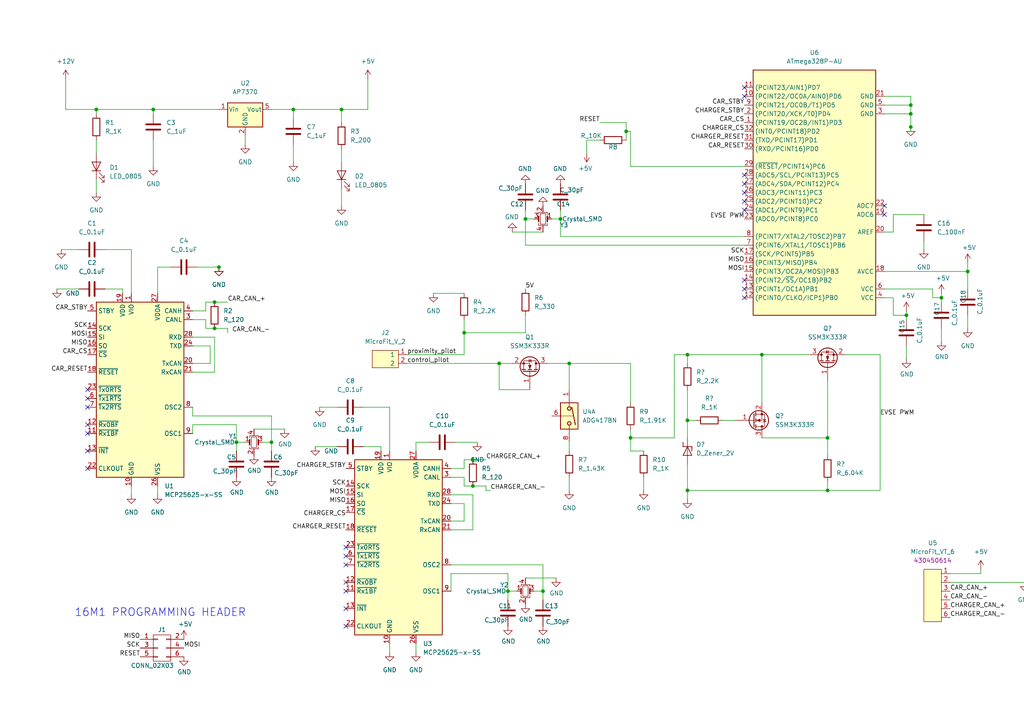
<source format=kicad_sch>
(kicad_sch (version 20211123) (generator eeschema)
  (paper "A4")
  (junction (at 62.23 87.63))
  (junction (at 182.88 127))
  (junction (at 68.58 128.27))
  (junction (at 162.56 63.5))
  (junction (at 264.16 36.83))
  (junction (at 144.78 105.41))
  (junction (at 199.39 121.92))
  (junction (at 264.16 33.02))
  (junction (at 99.06 31.75))
  (junction (at 157.48 171.45))
  (junction (at 280.67 78.74))
  (junction (at 264.16 30.48))
  (junction (at 181.61 38.1))
  (junction (at 273.05 86.36))
  (junction (at 27.94 31.75))
  (junction (at 78.74 128.27))
  (junction (at 62.23 95.25))
  (junction (at 199.39 142.24))
  (junction (at 262.89 91.44))
  (junction (at 165.1 105.41))
  (junction (at 199.39 102.87))
  (junction (at 63.5 77.47))
  (junction (at 152.4 63.5))
  (junction (at 220.98 102.87))
  (junction (at 137.16 140.97))
  (junction (at 134.62 96.52))
  (junction (at 137.16 133.35))
  (junction (at 44.45 31.75))
  (junction (at 240.03 142.24))
  (junction (at 240.03 127))
  (junction (at 147.32 171.45))
  (junction (at 85.09 31.75))
  (no_connect (at 215.9 55.88))
  (no_connect (at 215.9 53.34))
  (no_connect (at 215.9 50.8))
  (no_connect (at 215.9 27.94))
  (no_connect (at 215.9 25.4))
  (no_connect (at 215.9 86.36))
  (no_connect (at 215.9 83.82))
  (no_connect (at 215.9 81.28))
  (no_connect (at 215.9 60.96))
  (no_connect (at 215.9 58.42))
  (no_connect (at 100.33 161.29))
  (no_connect (at 100.33 158.75))
  (no_connect (at 100.33 168.91))
  (no_connect (at 100.33 171.45))
  (no_connect (at 100.33 163.83))
  (no_connect (at 100.33 176.53))
  (no_connect (at 100.33 181.61))
  (no_connect (at 25.4 125.73))
  (no_connect (at 25.4 130.81))
  (no_connect (at 25.4 135.89))
  (no_connect (at 25.4 123.19))
  (no_connect (at 25.4 118.11))
  (no_connect (at 25.4 115.57))
  (no_connect (at 25.4 113.03))
  (no_connect (at 256.54 59.69))
  (no_connect (at 256.54 62.23))
  (wire (pts (xy 152.4 63.5) (xy 152.4 60.96)))
  (wire (pts (xy 62.23 97.79) (xy 55.88 97.79)))
  (wire (pts (xy 55.88 90.17) (xy 59.69 90.17)))
  (wire (pts (xy 195.58 102.87) (xy 195.58 127)))
  (wire (pts (xy 85.09 31.75) (xy 99.06 31.75)))
  (wire (pts (xy 162.56 68.58) (xy 215.9 68.58)))
  (wire (pts (xy 106.68 22.86) (xy 106.68 31.75)))
  (wire (pts (xy 270.51 86.36) (xy 273.05 86.36)))
  (wire (pts (xy 113.03 118.11) (xy 113.03 130.81)))
  (wire (pts (xy 78.74 128.27) (xy 78.74 120.65)))
  (wire (pts (xy 134.62 151.13) (xy 130.81 151.13)))
  (wire (pts (xy 186.69 138.43) (xy 186.69 142.24)))
  (wire (pts (xy 68.58 123.19) (xy 55.88 123.19)))
  (wire (pts (xy 265.43 38.1) (xy 264.16 38.1)))
  (wire (pts (xy 255.27 142.24) (xy 240.03 142.24)))
  (wire (pts (xy 144.78 113.03) (xy 144.78 105.41)))
  (wire (pts (xy 38.1 72.39) (xy 38.1 85.09)))
  (wire (pts (xy 35.56 83.82) (xy 35.56 85.09)))
  (wire (pts (xy 195.58 102.87) (xy 199.39 102.87)))
  (wire (pts (xy 27.94 31.75) (xy 19.05 31.75)))
  (wire (pts (xy 215.9 48.26) (xy 182.88 48.26)))
  (wire (pts (xy 255.27 102.87) (xy 255.27 142.24)))
  (wire (pts (xy 147.32 173.99) (xy 147.32 171.45)))
  (wire (pts (xy 130.81 138.43) (xy 134.62 138.43)))
  (wire (pts (xy 199.39 121.92) (xy 201.93 121.92)))
  (wire (pts (xy 113.03 186.69) (xy 113.03 189.23)))
  (wire (pts (xy 256.54 30.48) (xy 264.16 30.48)))
  (wire (pts (xy 66.04 95.25) (xy 66.04 96.52)))
  (wire (pts (xy 275.59 168.91) (xy 297.18 168.91)))
  (wire (pts (xy 144.78 105.41) (xy 148.59 105.41)))
  (wire (pts (xy 30.48 72.39) (xy 38.1 72.39)))
  (wire (pts (xy 45.72 77.47) (xy 49.53 77.47)))
  (wire (pts (xy 162.56 63.5) (xy 162.56 68.58)))
  (wire (pts (xy 152.4 96.52) (xy 152.4 91.44)))
  (wire (pts (xy 59.69 95.25) (xy 62.23 95.25)))
  (wire (pts (xy 199.39 121.92) (xy 199.39 127)))
  (wire (pts (xy 256.54 27.94) (xy 264.16 27.94)))
  (wire (pts (xy 134.62 133.35) (xy 137.16 133.35)))
  (wire (pts (xy 59.69 92.71) (xy 59.69 95.25)))
  (wire (pts (xy 199.39 102.87) (xy 199.39 105.41)))
  (wire (pts (xy 62.23 87.63) (xy 66.04 87.63)))
  (wire (pts (xy 280.67 78.74) (xy 280.67 83.82)))
  (wire (pts (xy 99.06 43.18) (xy 99.06 46.99)))
  (wire (pts (xy 264.16 27.94) (xy 264.16 30.48)))
  (wire (pts (xy 118.11 105.41) (xy 144.78 105.41)))
  (wire (pts (xy 152.4 71.12) (xy 215.9 71.12)))
  (wire (pts (xy 55.88 107.95) (xy 62.23 107.95)))
  (wire (pts (xy 267.97 62.23) (xy 259.08 62.23)))
  (wire (pts (xy 78.74 31.75) (xy 85.09 31.75)))
  (wire (pts (xy 78.74 128.27) (xy 78.74 130.81)))
  (wire (pts (xy 182.88 124.46) (xy 182.88 127)))
  (wire (pts (xy 157.48 67.31) (xy 148.59 67.31)))
  (wire (pts (xy 62.23 95.25) (xy 66.04 95.25)))
  (wire (pts (xy 256.54 33.02) (xy 264.16 33.02)))
  (wire (pts (xy 273.05 86.36) (xy 273.05 87.63)))
  (wire (pts (xy 45.72 77.47) (xy 45.72 85.09)))
  (wire (pts (xy 154.94 63.5) (xy 152.4 63.5)))
  (wire (pts (xy 76.2 128.27) (xy 78.74 128.27)))
  (wire (pts (xy 240.03 110.49) (xy 240.03 127)))
  (wire (pts (xy 27.94 31.75) (xy 27.94 33.02)))
  (wire (pts (xy 165.1 138.43) (xy 165.1 142.24)))
  (wire (pts (xy 270.51 83.82) (xy 270.51 86.36)))
  (wire (pts (xy 209.55 121.92) (xy 213.36 121.92)))
  (wire (pts (xy 259.08 67.31) (xy 256.54 67.31)))
  (wire (pts (xy 140.97 142.24) (xy 142.24 142.24)))
  (wire (pts (xy 125.73 85.09) (xy 134.62 85.09)))
  (wire (pts (xy 144.78 113.03) (xy 153.67 113.03)))
  (wire (pts (xy 220.98 102.87) (xy 220.98 116.84)))
  (wire (pts (xy 157.48 171.45) (xy 157.48 163.83)))
  (wire (pts (xy 45.72 140.97) (xy 45.72 143.51)))
  (wire (pts (xy 132.08 128.27) (xy 138.43 128.27)))
  (wire (pts (xy 264.16 33.02) (xy 264.16 36.83)))
  (wire (pts (xy 120.65 128.27) (xy 124.46 128.27)))
  (wire (pts (xy 27.94 40.64) (xy 27.94 44.45)))
  (wire (pts (xy 273.05 85.09) (xy 273.05 86.36)))
  (wire (pts (xy 71.12 39.37) (xy 71.12 41.91)))
  (wire (pts (xy 152.4 167.64) (xy 161.29 167.64)))
  (wire (pts (xy 55.88 100.33) (xy 60.96 100.33)))
  (wire (pts (xy 154.94 171.45) (xy 157.48 171.45)))
  (wire (pts (xy 182.88 127) (xy 195.58 127)))
  (wire (pts (xy 262.89 91.44) (xy 259.08 91.44)))
  (wire (pts (xy 17.78 72.39) (xy 22.86 72.39)))
  (wire (pts (xy 62.23 107.95) (xy 62.23 97.79)))
  (wire (pts (xy 140.97 140.97) (xy 140.97 142.24)))
  (wire (pts (xy 68.58 130.81) (xy 68.58 128.27)))
  (wire (pts (xy 68.58 128.27) (xy 68.58 123.19)))
  (wire (pts (xy 134.62 135.89) (xy 134.62 133.35)))
  (wire (pts (xy 280.67 76.2) (xy 280.67 78.74)))
  (wire (pts (xy 273.05 95.25) (xy 273.05 99.06)))
  (wire (pts (xy 105.41 118.11) (xy 113.03 118.11)))
  (wire (pts (xy 118.11 102.87) (xy 134.62 102.87)))
  (wire (pts (xy 165.1 105.41) (xy 182.88 105.41)))
  (wire (pts (xy 240.03 139.7) (xy 240.03 142.24)))
  (wire (pts (xy 182.88 127) (xy 182.88 130.81)))
  (wire (pts (xy 199.39 102.87) (xy 220.98 102.87)))
  (wire (pts (xy 120.65 186.69) (xy 120.65 189.23)))
  (wire (pts (xy 59.69 90.17) (xy 59.69 87.63)))
  (wire (pts (xy 99.06 31.75) (xy 99.06 35.56)))
  (wire (pts (xy 264.16 30.48) (xy 264.16 33.02)))
  (wire (pts (xy 199.39 113.03) (xy 199.39 121.92)))
  (wire (pts (xy 220.98 102.87) (xy 234.95 102.87)))
  (wire (pts (xy 130.81 163.83) (xy 157.48 163.83)))
  (wire (pts (xy 60.96 100.33) (xy 60.96 105.41)))
  (wire (pts (xy 55.88 120.65) (xy 55.88 118.11)))
  (wire (pts (xy 158.75 105.41) (xy 165.1 105.41)))
  (wire (pts (xy 170.18 40.64) (xy 170.18 44.45)))
  (wire (pts (xy 27.94 52.07) (xy 27.94 55.88)))
  (wire (pts (xy 19.05 31.75) (xy 19.05 22.86)))
  (wire (pts (xy 106.68 31.75) (xy 99.06 31.75)))
  (wire (pts (xy 147.32 171.45) (xy 149.86 171.45)))
  (wire (pts (xy 134.62 140.97) (xy 137.16 140.97)))
  (wire (pts (xy 134.62 96.52) (xy 152.4 96.52)))
  (wire (pts (xy 137.16 153.67) (xy 130.81 153.67)))
  (wire (pts (xy 182.88 130.81) (xy 186.69 130.81)))
  (wire (pts (xy 137.16 140.97) (xy 140.97 140.97)))
  (wire (pts (xy 91.44 129.54) (xy 97.79 129.54)))
  (wire (pts (xy 85.09 31.75) (xy 85.09 34.29)))
  (wire (pts (xy 256.54 83.82) (xy 270.51 83.82)))
  (wire (pts (xy 181.61 35.56) (xy 181.61 38.1)))
  (wire (pts (xy 275.59 166.37) (xy 284.48 166.37)))
  (wire (pts (xy 134.62 102.87) (xy 134.62 96.52)))
  (wire (pts (xy 259.08 62.23) (xy 259.08 67.31)))
  (wire (pts (xy 137.16 143.51) (xy 137.16 153.67)))
  (wire (pts (xy 73.66 124.46) (xy 82.55 124.46)))
  (wire (pts (xy 44.45 33.02) (xy 44.45 31.75)))
  (wire (pts (xy 262.89 91.44) (xy 262.89 92.71)))
  (wire (pts (xy 99.06 54.61) (xy 99.06 59.69)))
  (wire (pts (xy 55.88 123.19) (xy 55.88 125.73)))
  (wire (pts (xy 259.08 86.36) (xy 256.54 86.36)))
  (wire (pts (xy 147.32 166.37) (xy 130.81 166.37)))
  (wire (pts (xy 35.56 83.82) (xy 30.48 83.82)))
  (wire (pts (xy 130.81 146.05) (xy 134.62 146.05)))
  (wire (pts (xy 240.03 142.24) (xy 199.39 142.24)))
  (wire (pts (xy 55.88 92.71) (xy 59.69 92.71)))
  (wire (pts (xy 262.89 90.17) (xy 262.89 91.44)))
  (wire (pts (xy 264.16 38.1) (xy 264.16 36.83)))
  (wire (pts (xy 134.62 138.43) (xy 134.62 140.97)))
  (wire (pts (xy 16.51 83.82) (xy 22.86 83.82)))
  (wire (pts (xy 182.88 38.1) (xy 181.61 38.1)))
  (wire (pts (xy 165.1 128.27) (xy 165.1 130.81)))
  (wire (pts (xy 130.81 135.89) (xy 134.62 135.89)))
  (wire (pts (xy 280.67 91.44) (xy 280.67 95.25)))
  (wire (pts (xy 152.4 63.5) (xy 152.4 71.12)))
  (wire (pts (xy 68.58 128.27) (xy 71.12 128.27)))
  (wire (pts (xy 165.1 105.41) (xy 165.1 113.03)))
  (wire (pts (xy 130.81 166.37) (xy 130.81 171.45)))
  (wire (pts (xy 85.09 41.91) (xy 85.09 46.99)))
  (wire (pts (xy 259.08 91.44) (xy 259.08 86.36)))
  (wire (pts (xy 181.61 35.56) (xy 173.99 35.56)))
  (wire (pts (xy 110.49 129.54) (xy 105.41 129.54)))
  (wire (pts (xy 92.71 118.11) (xy 97.79 118.11)))
  (wire (pts (xy 110.49 129.54) (xy 110.49 130.81)))
  (wire (pts (xy 44.45 31.75) (xy 27.94 31.75)))
  (wire (pts (xy 182.88 48.26) (xy 182.88 38.1)))
  (wire (pts (xy 120.65 130.81) (xy 120.65 128.27)))
  (wire (pts (xy 134.62 146.05) (xy 134.62 151.13)))
  (wire (pts (xy 162.56 60.96) (xy 162.56 63.5)))
  (wire (pts (xy 59.69 87.63) (xy 62.23 87.63)))
  (wire (pts (xy 240.03 127) (xy 240.03 132.08)))
  (wire (pts (xy 182.88 105.41) (xy 182.88 116.84)))
  (wire (pts (xy 162.56 63.5) (xy 160.02 63.5)))
  (wire (pts (xy 262.89 100.33) (xy 262.89 104.14)))
  (wire (pts (xy 147.32 171.45) (xy 147.32 166.37)))
  (wire (pts (xy 130.81 143.51) (xy 137.16 143.51)))
  (wire (pts (xy 44.45 31.75) (xy 63.5 31.75)))
  (wire (pts (xy 57.15 77.47) (xy 63.5 77.47)))
  (wire (pts (xy 134.62 96.52) (xy 134.62 92.71)))
  (wire (pts (xy 220.98 127) (xy 240.03 127)))
  (wire (pts (xy 60.96 105.41) (xy 55.88 105.41)))
  (wire (pts (xy 44.45 40.64) (xy 44.45 48.26)))
  (wire (pts (xy 137.16 133.35) (xy 140.97 133.35)))
  (wire (pts (xy 245.11 102.87) (xy 255.27 102.87)))
  (wire (pts (xy 181.61 38.1) (xy 181.61 40.64)))
  (wire (pts (xy 157.48 171.45) (xy 157.48 173.99)))
  (wire (pts (xy 173.99 40.64) (xy 170.18 40.64)))
  (wire (pts (xy 199.39 134.62) (xy 199.39 142.24)))
  (wire (pts (xy 267.97 69.85) (xy 267.97 72.39)))
  (wire (pts (xy 38.1 140.97) (xy 38.1 143.51)))
  (wire (pts (xy 199.39 144.78) (xy 199.39 142.24)))
  (wire (pts (xy 284.48 166.37) (xy 284.48 165.1)))
  (wire (pts (xy 256.54 78.74) (xy 280.67 78.74)))
  (wire (pts (xy 78.74 120.65) (xy 55.88 120.65)))
  (text "16M1 PROGRAMMING HEADER\n" (at 21.59 179.07 0) (effects (font (size 2.2606 2.2606)) (justify left bottom)))
  (label "CHARGER_STBY" (at 100.33 135.89 180))
  (label "CAR_CAN_-" (at 67.31 96.52 0))
  (label "MISO" (at 40.64 185.42 180))
  (label "SCK" (at 215.9 73.66 180))
  (label "MISO" (at 215.9 76.2 180))
  (label "MOSI" (at 25.4 97.79 180))
  (label "CAR_STBY" (at 25.4 90.17 180))
  (label "CAR_RESET" (at 215.9 43.18 180))
  (label "CAR_CS" (at 25.4 102.87 180))
  (label "MISO" (at 100.33 146.05 180))
  (label "CHARGER_RESET" (at 215.9 40.64 180))
  (label "MOSI" (at 53.34 187.96 0))
  (label "MISO" (at 25.4 100.33 180))
  (label "CAR_CAN_+" (at 66.04 87.63 0))
  (label "MOSI" (at 215.9 78.74 180))
  (label "EVSE PWM" (at 255.27 120.65 0))
  (label "CHARGER_CS" (at 215.9 38.1 180))
  (label "CHARGER_CS" (at 100.33 149.86 180))
  (label "proximity_pilot" (at 118.11 102.87 0))
  (label "CAR_STBY" (at 215.9 30.48 180))
  (label "CHARGER_CAN_+" (at 140.97 133.35 0))
  (label "CAR_RESET" (at 25.4 107.95 180))
  (label "control_pilot" (at 118.11 105.41 0))
  (label "CAR_CAN_+" (at 275.59 171.45 0))
  (label "EVSE PWM" (at 215.9 63.5 180))
  (label "CHARGER_RESET" (at 100.33 153.67 180))
  (label "CHARGER_CAN_+" (at 275.59 176.53 0))
  (label "CHARGER_STBY" (at 215.9 33.02 180))
  (label "CHARGER_CAN_-" (at 275.59 179.07 0))
  (label "RESET" (at 40.64 190.5 180))
  (label "MOSI" (at 100.33 143.51 180))
  (label "RESET" (at 173.99 35.56 180))
  (label "CAR_CAN_-" (at 275.59 173.99 0))
  (label "SCK" (at 100.33 140.97 180))
  (label "SCK" (at 25.4 95.25 180))
  (label "CAR_CS" (at 215.9 35.56 180))
  (label "5V" (at 152.4 83.82 0))
  (label "SCK" (at 40.64 187.96 180))
  (label "CHARGER_CAN_-" (at 142.24 142.24 0))
  (symbol (lib_id "formula:C_0.1uF") (at 101.6 118.11 270) (unit 1)
    (property "Reference" "C8" (at 101.6 110.49 90))
    (property "Value" "C_0.1uF" (at 101.6 113.03 90))
    (property "Footprint" "footprints:C_0805_OEM" (effects hide))
    (property "Datasheet" "http://datasheets.avx.com/X7RDielectric.pdf" (effects hide))
    (property "MFN" "DK" (effects hide))
    (property "MPN" "478-3352-1-ND" (effects hide))
    (property "PurchasingLink" "https://www.digikey.com/products/en?keywords=478-3352-1-ND" (effects hide))
  )
  (symbol (lib_id "power:GND") (at 125.73 85.09 0) (unit 1)
    (property "Reference" "#PWR?" (effects hide))
    (property "Value" "GND" (at 125.73 90.17 0))
  )
  (symbol (lib_id "power:GND") (at 45.72 143.51 0) (unit 1)
    (property "Reference" "#PWR?" (effects hide))
    (property "Value" "GND" (at 45.72 148.59 0))
  )
  (symbol (lib_id "power:GND") (at 138.43 128.27 0) (unit 1)
    (property "Reference" "#PWR?" (effects hide))
    (property "Value" "GND" (at 138.43 133.35 0))
  )
  (symbol (lib_id "power:GND") (at 157.48 181.61 0) (unit 1)
    (property "Reference" "#PWR?" (effects hide))
    (property "Value" "GND" (at 157.607 186.0042 0))
  )
  (symbol (lib_id "power:GND") (at 152.4 175.26 0) (unit 1)
    (property "Reference" "#PWR?" (effects hide))
    (property "Value" "GND" (at 152.527 179.6542 0))
  )
  (symbol (lib_id "formula:R_2.2K") (at 134.62 88.9 0) (unit 1)
    (property "Reference" "R4" (at 137.16 87.6299 0) (effects (justify left)))
    (property "Value" "R_2.2K" (at 137.16 90.1699 0) (effects (justify left)))
    (property "Footprint" "footprints:R_0805_OEM" (effects hide))
    (property "Datasheet" "https://www.seielect.com/Catalog/SEI-RMCF_RMCP.pdf" (effects hide))
    (property "MFN" "DK" (effects hide))
    (property "MPN" "RMCF0805FT2K20CT-ND" (effects hide))
    (property "PurchasingLink" "https://www.digikey.com/product-detail/en/stackpole-electronics-inc/RMCF0805FT2K20/RMCF0805FT2K20CT-ND/1942387" (effects hide))
  )
  (symbol (lib_id "power:GND") (at 68.58 138.43 0) (unit 1)
    (property "Reference" "#PWR?" (effects hide))
    (property "Value" "GND" (at 68.707 142.8242 0))
  )
  (symbol (lib_id "power:GND") (at 92.71 118.11 0) (unit 1)
    (property "Reference" "#PWR?" (effects hide))
    (property "Value" "GND" (at 92.71 123.19 0))
  )
  (symbol (lib_id "Analog_Switch:ADG417BN") (at 165.1 120.65 270) (unit 1)
    (property "Reference" "U4" (at 168.91 119.3799 90) (effects (justify left)))
    (property "Value" "ADG417BN" (at 168.91 121.9199 90) (effects (justify left)))
    (property "Footprint" "Package_DIP:DIP-8_W7.62mm" (effects hide))
    (property "Datasheet" "https://www.analog.com/media/en/technical-documentation/data-sheets/ADG417.pdf" (effects hide))
  )
  (symbol (lib_id "power:GND") (at 99.06 59.69 0) (unit 1)
    (property "Reference" "#PWR?" (effects hide))
    (property "Value" "GND" (at 99.06 64.77 0))
  )
  (symbol (lib_id "power:GND") (at 73.66 132.08 0) (unit 1)
    (property "Reference" "#PWR?" (effects hide))
    (property "Value" "GND" (at 73.787 136.4742 0))
  )
  (symbol (lib_id "power:+5V") (at 273.05 85.09 0) (unit 1)
    (property "Reference" "#PWR?" (effects hide))
    (property "Value" "+5V" (at 273.431 80.6958 0))
  )
  (symbol (lib_id "formula:SSM3K333R") (at 218.44 121.92 0) (mirror x) (unit 1)
    (property "Reference" "Q?" (at 224.79 120.6499 0) (effects (justify left)))
    (property "Value" "SSM3K333R" (at 224.79 123.1899 0) (effects (justify left)))
    (property "Footprint" "footprints:SOT-23F" (effects hide))
    (property "Datasheet" "https://drive.google.com/drive/folders/0B-V-iZf33Y4GNzhDQTJZanJRbVk" (effects hide))
    (property "MFN" "DK" (effects hide))
    (property "MPN" "SSM3K333RLFCT-ND" (effects hide))
    (property "PurchasingLink" "https://www.digikey.com/product-detail/en/toshiba-semiconductor-and-storage/SSM3K333RLF/SSM3K333RLFCT-ND/3522391" (effects hide))
  )
  (symbol (lib_id "formula:C_0.1uF") (at 280.67 87.63 180) (unit 1)
    (property "Reference" "C18" (at 279.4 84.074 90) (effects (justify left)))
    (property "Value" "C_0.1uF" (at 284.226 83.566 90) (effects (justify left)))
    (property "Footprint" "footprints:C_0805_OEM" (effects hide))
    (property "Datasheet" "http://datasheets.avx.com/X7RDielectric.pdf" (effects hide))
    (property "MFN" "DK" (effects hide))
    (property "MPN" "478-3352-1-ND" (effects hide))
    (property "PurchasingLink" "https://www.digikey.com/products/en?keywords=478-3352-1-ND" (effects hide))
  )
  (symbol (lib_id "formula:D_Zener_2V") (at 199.39 130.81 270) (unit 1)
    (property "Reference" "D?" (at 201.93 128.9049 90) (effects (justify left)))
    (property "Value" "D_Zener_2V" (at 201.93 131.4449 90) (effects (justify left)))
    (property "Footprint" "footprints:SOD-323" (effects hide))
    (property "Datasheet" "https://www.vishay.com/docs/83334/gdzg.pdf" (effects hide))
    (property "MFN" "Vishay" (effects hide))
    (property "MPN" "GDZ2V0B-G3-08" (effects hide))
    (property "PurchasingLink" "https://www.digikey.com/en/products/detail/vishay-general-semiconductor-diodes-division/GDZ2V0B-G3-08/4831605" (effects hide))
  )
  (symbol (lib_id "power:GND") (at 267.97 72.39 0) (unit 1)
    (property "Reference" "#PWR?" (effects hide))
    (property "Value" "GND" (at 267.97 77.47 0))
  )
  (symbol (lib_id "power:GND") (at 44.45 48.26 0) (unit 1)
    (property "Reference" "#PWR?" (effects hide))
    (property "Value" "GND" (at 44.45 53.34 0))
  )
  (symbol (lib_id "formula:C_0.1uF") (at 26.67 83.82 270) (unit 1)
    (property "Reference" "C2" (at 26.67 76.2 90))
    (property "Value" "C_0.1uF" (at 26.67 78.74 90))
    (property "Footprint" "footprints:C_0805_OEM" (effects hide))
    (property "Datasheet" "http://datasheets.avx.com/X7RDielectric.pdf" (effects hide))
    (property "MFN" "DK" (effects hide))
    (property "MPN" "478-3352-1-ND" (effects hide))
    (property "PurchasingLink" "https://www.digikey.com/products/en?keywords=478-3352-1-ND" (effects hide))
  )
  (symbol (lib_id "power:GND") (at 63.5 77.47 0) (unit 1)
    (property "Reference" "#PWR?" (effects hide))
    (property "Value" "GND" (at 63.5 82.55 0))
  )
  (symbol (lib_id "power:GND") (at 78.74 138.43 0) (unit 1)
    (property "Reference" "#PWR?" (effects hide))
    (property "Value" "GND" (at 78.867 142.8242 0))
  )
  (symbol (lib_id "formula:C_100pF") (at 273.05 91.44 180) (unit 1)
    (property "Reference" "C17" (at 271.78 87.63 90) (effects (justify left)))
    (property "Value" "C_0.1uF" (at 276.86 86.868 90) (effects (justify left)))
    (property "Footprint" "footprints:C_0805_OEM" (effects hide))
    (property "Datasheet" "https://katalog.we-online.de/pbs/datasheet/885012007057.pdf" (effects hide))
    (property "MFN" "DK" (effects hide))
    (property "MPN" "732-7852-1-ND" (effects hide))
    (property "PurchasingLink" "https://www.digikey.com/product-detail/en/wurth-electronics-inc/885012007057/732-7852-1-ND/5454479" (effects hide))
  )
  (symbol (lib_id "formula:R_120") (at 62.23 91.44 0) (unit 1)
    (property "Reference" "R2" (at 64.77 90.1699 0) (effects (justify left)))
    (property "Value" "R_120" (at 64.77 92.7099 0) (effects (justify left)))
    (property "Footprint" "footprints:R_0805_OEM" (effects hide))
    (property "Datasheet" "https://www.mouser.com/datasheet/2/315/AOA0000C304-1149620.pdf" (effects hide))
    (property "MFN" "DK" (effects hide))
    (property "MPN" "667-ERJ-6ENF1200V" (effects hide))
    (property "PurchasingLink" "https://www.mouser.com/ProductDetail/Panasonic-Industrial-Devices/ERJ-6ENF1200V?qs=sGAEpiMZZMvdGkrng054t8AJgcdMkx7x%252bFQnctTMUmU%3d" (effects hide))
  )
  (symbol (lib_id "power:GND") (at 186.69 142.24 0) (unit 1)
    (property "Reference" "#PWR?" (effects hide))
    (property "Value" "GND" (at 186.69 147.32 0))
  )
  (symbol (lib_id "power:GND") (at 280.67 95.25 0) (unit 1)
    (property "Reference" "#PWR?" (effects hide))
    (property "Value" "GND" (at 280.67 100.33 0))
  )
  (symbol (lib_id "power:GND") (at 152.4 53.34 180) (unit 1)
    (property "Reference" "#PWR?" (effects hide))
    (property "Value" "GND" (at 152.273 48.9458 0))
  )
  (symbol (lib_id "formula:LED_0805") (at 27.94 48.26 90) (unit 1)
    (property "Reference" "D1" (at 31.75 48.5901 90) (effects (justify right)))
    (property "Value" "LED_0805" (at 31.75 51.1301 90) (effects (justify right)))
    (property "Footprint" "footprints:LED_0805_OEM" (effects hide))
    (property "Datasheet" "http://www.osram-os.com/Graphics/XPic9/00078860_0.pdf" (effects hide))
    (property "MFN" "DK" (effects hide))
    (property "MPN" "475-1410-1-ND" (effects hide))
    (property "PurchasingLink" "https://www.digikey.com/products/en?keywords=475-1410-1-ND" (effects hide))
  )
  (symbol (lib_id "power:GND") (at 157.48 59.69 180) (unit 1)
    (property "Reference" "#PWR?" (effects hide))
    (property "Value" "GND" (at 157.353 55.2958 0))
  )
  (symbol (lib_id "formula:Crystal_SMD") (at 152.4 171.45 0) (unit 1)
    (property "Reference" "Y2" (at 145.034 169.672 0) (effects (justify left)))
    (property "Value" "Crystal_SMD" (at 135.128 171.45 0) (effects (justify left)))
    (property "Footprint" "footprints:Crystal_SMD_FA238" (effects hide))
    (property "Datasheet" "http://www.txccorp.com/download/products/quartz_crystals/2015TXC_7M_17.pdf" (effects hide))
    (property "MFN" "DK" (effects hide))
    (property "MPN" "887-1125-1-ND" (effects hide))
    (property "PurchasingLink" "https://www.digikey.com/product-detail/en/txc-corporation/7M-16.000MAAJ-T/887-1125-1-ND/2119014" (effects hide))
  )
  (symbol (lib_id "power:+12V") (at 19.05 22.86 0) (unit 1)
    (property "Reference" "#PWR?" (effects hide))
    (property "Value" "+12V" (at 19.05 17.78 0))
  )
  (symbol (lib_id "formula:MCP25625-x-SS") (at 115.57 158.75 0) (unit 1)
    (property "Reference" "U3" (at 122.6694 186.69 0) (effects (justify left)))
    (property "Value" "MCP25625-x-SS" (at 122.6694 189.23 0) (effects (justify left)))
    (property "Footprint" "Package_SO:SSOP-28_5.3x10.2mm_P0.65mm" (effects hide))
    (property "Datasheet" "http://ww1.microchip.com/downloads/en/DeviceDoc/20005282B.pdf" (effects hide))
    (property "MFN" "DK" (effects hide))
    (property "MPN" "MCP25625-E/SS-ND" (effects hide))
    (property "PurchasingLink" "https://www.digikey.com/product-detail/en/microchip-technology/MCP25625-E-SS/MCP25625-E-SS-ND/4842805" (effects hide))
  )
  (symbol (lib_id "formula:R_1K") (at 186.69 134.62 0) (unit 1)
    (property "Reference" "R10" (at 189.23 133.3499 0) (effects (justify left)))
    (property "Value" "R_1K" (at 189.23 135.8899 0) (effects (justify left)))
    (property "Footprint" "footprints:R_0805_OEM" (effects hide))
    (property "Datasheet" "https://www.seielect.com/Catalog/SEI-rncp.pdf" (effects hide))
    (property "MFN" "DK" (effects hide))
    (property "MPN" "RNCP0805FTD1K00CT-ND" (effects hide))
    (property "PurchasingLink" "https://www.digikey.com/products/en?keywords=RNCP0805FTD1K00CT-ND" (effects hide))
  )
  (symbol (lib_id "formula:+12V_BUCK") (at 284.48 165.1 0) (unit 1)
    (property "Reference" "#PWR?" (effects hide))
    (property "Value" "+12V_BUCK" (at 284.48 160.02 0))
  )
  (symbol (lib_id "formula:R_1K") (at 205.74 121.92 90) (unit 1)
    (property "Reference" "R?" (at 205.74 115.57 90))
    (property "Value" "R_1K" (at 205.74 118.11 90))
    (property "Footprint" "footprints:R_0805_OEM" (effects hide))
    (property "Datasheet" "https://www.seielect.com/Catalog/SEI-rncp.pdf" (effects hide))
    (property "MFN" "DK" (effects hide))
    (property "MPN" "RNCP0805FTD1K00CT-ND" (effects hide))
    (property "PurchasingLink" "https://www.digikey.com/products/en?keywords=RNCP0805FTD1K00CT-ND" (effects hide))
  )
  (symbol (lib_id "power:GND") (at 120.65 189.23 0) (unit 1)
    (property "Reference" "#PWR?" (effects hide))
    (property "Value" "GND" (at 120.65 194.31 0))
  )
  (symbol (lib_id "power:GND") (at 16.51 83.82 0) (unit 1)
    (property "Reference" "#PWR?" (effects hide))
    (property "Value" "GND" (at 19.05 85.0899 0) (effects (justify left)))
  )
  (symbol (lib_id "formula:SSM3K333R") (at 153.67 107.95 270) (mirror x) (unit 1)
    (property "Reference" "Q1" (at 153.67 97.79 90))
    (property "Value" "SSM3K333R" (at 153.67 100.33 90))
    (property "Footprint" "footprints:SOT-23F" (effects hide))
    (property "Datasheet" "https://drive.google.com/drive/folders/0B-V-iZf33Y4GNzhDQTJZanJRbVk" (effects hide))
    (property "MFN" "DK" (effects hide))
    (property "MPN" "SSM3K333RLFCT-ND" (effects hide))
    (property "PurchasingLink" "https://www.digikey.com/product-detail/en/toshiba-semiconductor-and-storage/SSM3K333RLF/SSM3K333RLFCT-ND/3522391" (effects hide))
  )
  (symbol (lib_id "power:GND") (at 148.59 67.31 180) (unit 1)
    (property "Reference" "#PWR?" (effects hide))
    (property "Value" "GND" (at 148.463 62.9158 0))
  )
  (symbol (lib_id "power:+5V") (at 170.18 44.45 180) (unit 1)
    (property "Reference" "#PWR?" (effects hide))
    (property "Value" "+5V" (at 169.799 48.8442 0))
  )
  (symbol (lib_id "formula:R_1K") (at 27.94 36.83 0) (unit 1)
    (property "Reference" "R1" (at 30.48 35.5599 0) (effects (justify left)))
    (property "Value" "R_1K" (at 30.48 38.0999 0) (effects (justify left)))
    (property "Footprint" "footprints:R_0805_OEM" (effects hide))
    (property "Datasheet" "https://www.seielect.com/Catalog/SEI-rncp.pdf" (effects hide))
    (property "MFN" "DK" (effects hide))
    (property "MPN" "RNCP0805FTD1K00CT-ND" (effects hide))
    (property "PurchasingLink" "https://www.digikey.com/products/en?keywords=RNCP0805FTD1K00CT-ND" (effects hide))
  )
  (symbol (lib_id "power:GND") (at 82.55 124.46 0) (unit 1)
    (property "Reference" "#PWR?" (effects hide))
    (property "Value" "GND" (at 82.677 128.8542 0))
  )
  (symbol (lib_id "power:+5V") (at 262.89 90.17 0) (unit 1)
    (property "Reference" "#PWR?" (effects hide))
    (property "Value" "+5V" (at 263.271 85.7758 0))
  )
  (symbol (lib_id "formula:C_30pF") (at 68.58 134.62 0) (unit 1)
    (property "Reference" "C5" (at 65.786 132.588 0) (effects (justify left)))
    (property "Value" "C_30pF" (at 61.722 136.652 0) (effects (justify left)))
    (property "Footprint" "footprints:C_0805_OEM" (effects hide))
    (property "Datasheet" "https://media.digikey.com/pdf/Data%20Sheets/Samsung%20PDFs/CL_Series_MLCC_ds.pdf" (effects hide))
    (property "MFN" "DK" (effects hide))
    (property "MPN" "1276-1130-1-ND" (effects hide))
    (property "PurchasingLink" "https://www.digikey.com/product-detail/en/samsung-electro-mechanics-america-inc/CL21C300JBANNNC/1276-1130-1-ND/3889216" (effects hide))
  )
  (symbol (lib_id "power:GND") (at 199.39 144.78 0) (unit 1)
    (property "Reference" "#PWR?" (effects hide))
    (property "Value" "GND" (at 199.39 149.86 0))
  )
  (symbol (lib_id "formula:C_1uF") (at 85.09 39.37 0) (unit 1)
    (property "Reference" "C7" (at 88.9 36.8299 0) (effects (justify left)))
    (property "Value" "C_1uF" (at 88.9 39.3699 0) (effects (justify left)))
    (property "Footprint" "footprints:C_0805_OEM" (effects hide))
    (property "Datasheet" "https://media.digikey.com/pdf/Data%20Sheets/Samsung%20PDFs/CL21B105KBFNNNG_Spec.pdf" (effects hide))
    (property "PurchasingLink" "https://www.digikey.com/en/products/detail/samsung-electro-mechanics/CL21B105KBFNNNG/3894467" (effects hide))
    (property "MFN" "DK" (effects hide))
    (property "MPN" "1276-6470-1-ND" (effects hide))
  )
  (symbol (lib_id "power:GND") (at 162.56 53.34 180) (unit 1)
    (property "Reference" "#PWR?" (effects hide))
    (property "Value" "GND" (at 162.433 48.9458 0))
  )
  (symbol (lib_id "power:GND") (at 297.18 168.91 0) (unit 1)
    (property "Reference" "#PWR?" (effects hide))
    (property "Value" "GND" (at 297.18 173.99 0))
  )
  (symbol (lib_id "formula:Crystal_SMD") (at 157.48 63.5 180) (unit 1)
    (property "Reference" "Y3" (at 164.846 65.278 0) (effects (justify left)))
    (property "Value" "Crystal_SMD" (at 174.752 63.5 0) (effects (justify left)))
    (property "Footprint" "footprints:Crystal_SMD_FA238" (effects hide))
    (property "Datasheet" "http://www.txccorp.com/download/products/quartz_crystals/2015TXC_7M_17.pdf" (effects hide))
    (property "MFN" "DK" (effects hide))
    (property "MPN" "887-1125-1-ND" (effects hide))
    (property "PurchasingLink" "https://www.digikey.com/product-detail/en/txc-corporation/7M-16.000MAAJ-T/887-1125-1-ND/2119014" (effects hide))
  )
  (symbol (lib_id "formula:C_0.1uF") (at 101.6 129.54 270) (unit 1)
    (property "Reference" "C9" (at 101.6 121.92 90))
    (property "Value" "C_0.1uF" (at 101.6 124.46 90))
    (property "Footprint" "footprints:C_0805_OEM" (effects hide))
    (property "Datasheet" "http://datasheets.avx.com/X7RDielectric.pdf" (effects hide))
    (property "MFN" "DK" (effects hide))
    (property "MPN" "478-3352-1-ND" (effects hide))
    (property "PurchasingLink" "https://www.digikey.com/products/en?keywords=478-3352-1-ND" (effects hide))
  )
  (symbol (lib_id "formula:R_2.2K") (at 199.39 109.22 0) (unit 1)
    (property "Reference" "R?" (at 201.93 107.9499 0) (effects (justify left)))
    (property "Value" "R_2.2K" (at 201.93 110.4899 0) (effects (justify left)))
    (property "Footprint" "footprints:R_0805_OEM" (effects hide))
    (property "Datasheet" "https://www.seielect.com/Catalog/SEI-RMCF_RMCP.pdf" (effects hide))
    (property "MFN" "DK" (effects hide))
    (property "MPN" "RMCF0805FT2K20CT-ND" (effects hide))
    (property "PurchasingLink" "https://www.digikey.com/product-detail/en/stackpole-electronics-inc/RMCF0805FT2K20/RMCF0805FT2K20CT-ND/1942387" (effects hide))
  )
  (symbol (lib_id "formula:R_10K") (at 177.8 40.64 90) (unit 1)
    (property "Reference" "R8" (at 177.8 42.672 90))
    (property "Value" "R_10K" (at 171.45 39.37 90))
    (property "Footprint" "footprints:R_0805_OEM" (effects hide))
    (property "Datasheet" "http://www.bourns.com/data/global/pdfs/CRS.pdf" (effects hide))
    (property "MFN" "DK" (effects hide))
    (property "MPN" "CRS0805-FX-1002ELFCT-ND" (effects hide))
    (property "PurchasingLink" "https://www.digikey.com/products/en?keywords=CRS0805-FX-1002ELFCT-ND" (effects hide))
  )
  (symbol (lib_id "formula:C_100pF") (at 262.89 96.52 180) (unit 1)
    (property "Reference" "C15" (at 261.62 92.71 90) (effects (justify left)))
    (property "Value" "C_0.1uF" (at 266.7 91.948 90) (effects (justify left)))
    (property "Footprint" "footprints:C_0805_OEM" (effects hide))
    (property "Datasheet" "https://katalog.we-online.de/pbs/datasheet/885012007057.pdf" (effects hide))
    (property "MFN" "DK" (effects hide))
    (property "MPN" "732-7852-1-ND" (effects hide))
    (property "PurchasingLink" "https://www.digikey.com/product-detail/en/wurth-electronics-inc/885012007057/732-7852-1-ND/5454479" (effects hide))
  )
  (symbol (lib_id "formula:C_0.1uF") (at 53.34 77.47 270) (unit 1)
    (property "Reference" "C4" (at 53.34 69.85 90))
    (property "Value" "C_0.1uF" (at 53.34 72.39 90))
    (property "Footprint" "footprints:C_0805_OEM" (effects hide))
    (property "Datasheet" "http://datasheets.avx.com/X7RDielectric.pdf" (effects hide))
    (property "MFN" "DK" (effects hide))
    (property "MPN" "478-3352-1-ND" (effects hide))
    (property "PurchasingLink" "https://www.digikey.com/products/en?keywords=478-3352-1-ND" (effects hide))
  )
  (symbol (lib_id "power:GND") (at 38.1 143.51 0) (unit 1)
    (property "Reference" "#PWR?" (effects hide))
    (property "Value" "GND" (at 38.1 148.59 0))
  )
  (symbol (lib_id "power:GND") (at 85.09 46.99 0) (unit 1)
    (property "Reference" "#PWR?" (effects hide))
    (property "Value" "GND" (at 85.09 52.07 0))
  )
  (symbol (lib_id "power:+5V") (at 280.67 76.2 0) (unit 1)
    (property "Reference" "#PWR?" (effects hide))
    (property "Value" "+5V" (at 281.051 71.8058 0))
  )
  (symbol (lib_id "formula:C_30pF") (at 152.4 57.15 180) (unit 1)
    (property "Reference" "C12" (at 151.892 59.182 0) (effects (justify left)))
    (property "Value" "C_30pF" (at 151.638 54.61 0) (effects (justify left)))
    (property "Footprint" "footprints:C_0805_OEM" (effects hide))
    (property "Datasheet" "https://media.digikey.com/pdf/Data%20Sheets/Samsung%20PDFs/CL_Series_MLCC_ds.pdf" (effects hide))
    (property "MFN" "DK" (effects hide))
    (property "MPN" "1276-1130-1-ND" (effects hide))
    (property "PurchasingLink" "https://www.digikey.com/product-detail/en/samsung-electro-mechanics-america-inc/CL21C300JBANNNC/1276-1130-1-ND/3889216" (effects hide))
  )
  (symbol (lib_id "formula:Crystal_SMD") (at 73.66 128.27 0) (unit 1)
    (property "Reference" "Y1" (at 66.294 126.492 0) (effects (justify left)))
    (property "Value" "Crystal_SMD" (at 56.388 128.27 0) (effects (justify left)))
    (property "Footprint" "footprints:Crystal_SMD_FA238" (effects hide))
    (property "Datasheet" "http://www.txccorp.com/download/products/quartz_crystals/2015TXC_7M_17.pdf" (effects hide))
    (property "MFN" "DK" (effects hide))
    (property "MPN" "887-1125-1-ND" (effects hide))
    (property "PurchasingLink" "https://www.digikey.com/product-detail/en/txc-corporation/7M-16.000MAAJ-T/887-1125-1-ND/2119014" (effects hide))
  )
  (symbol (lib_id "power:+5V") (at 53.34 185.42 0) (unit 1)
    (property "Reference" "#PWR?" (effects hide))
    (property "Value" "+5V" (at 53.721 181.0258 0))
  )
  (symbol (lib_id "power:GND") (at 273.05 99.06 0) (unit 1)
    (property "Reference" "#PWR?" (effects hide))
    (property "Value" "GND" (at 273.177 103.4542 0))
  )
  (symbol (lib_id "formula:ATmega328P-AU") (at 231.14 55.88 180) (unit 1)
    (property "Reference" "U6" (at 236.22 15.24 0))
    (property "Value" "ATmega328P-AU" (at 236.22 17.78 0))
    (property "Footprint" "Package_QFP:TQFP-32_7x7mm_P0.8mm" (effects hide))
    (property "Datasheet" "http://ww1.microchip.com/downloads/en/DeviceDoc/Atmel-7810-Automotive-Microcontrollers-ATmega328P_Datasheet.pdf" (effects hide))
    (property "PurchasingLink" "https://www.digikey.com/product-detail/en/microchip-technology/ATMEGA328P-15AZ/ATMEGA328P-15AZTR-ND/1914586" (effects hide))
    (property "MPN" "ATMEGA328P-15AZTR-ND" (effects hide))
    (property "MFN" "DK" (effects hide))
  )
  (symbol (lib_id "formula:C_30pF") (at 78.74 134.62 0) (unit 1)
    (property "Reference" "C6" (at 79.248 132.588 0) (effects (justify left)))
    (property "Value" "C_30pF" (at 79.502 137.16 0) (effects (justify left)))
    (property "Footprint" "footprints:C_0805_OEM" (effects hide))
    (property "Datasheet" "https://media.digikey.com/pdf/Data%20Sheets/Samsung%20PDFs/CL_Series_MLCC_ds.pdf" (effects hide))
    (property "MFN" "DK" (effects hide))
    (property "MPN" "1276-1130-1-ND" (effects hide))
    (property "PurchasingLink" "https://www.digikey.com/product-detail/en/samsung-electro-mechanics-america-inc/CL21C300JBANNNC/1276-1130-1-ND/3889216" (effects hide))
  )
  (symbol (lib_id "formula:C_0.1uF") (at 26.67 72.39 270) (unit 1)
    (property "Reference" "C1" (at 26.67 64.77 90))
    (property "Value" "C_0.1uF" (at 26.67 67.31 90))
    (property "Footprint" "footprints:C_0805_OEM" (effects hide))
    (property "Datasheet" "http://datasheets.avx.com/X7RDielectric.pdf" (effects hide))
    (property "MFN" "DK" (effects hide))
    (property "MPN" "478-3352-1-ND" (effects hide))
    (property "PurchasingLink" "https://www.digikey.com/products/en?keywords=478-3352-1-ND" (effects hide))
  )
  (symbol (lib_id "power:GND") (at 262.89 104.14 0) (unit 1)
    (property "Reference" "#PWR?" (effects hide))
    (property "Value" "GND" (at 263.017 108.5342 0))
  )
  (symbol (lib_id "formula:C_30pF") (at 147.32 177.8 0) (unit 1)
    (property "Reference" "C11" (at 144.526 175.768 0) (effects (justify left)))
    (property "Value" "C_30pF" (at 140.462 179.832 0) (effects (justify left)))
    (property "Footprint" "footprints:C_0805_OEM" (effects hide))
    (property "Datasheet" "https://media.digikey.com/pdf/Data%20Sheets/Samsung%20PDFs/CL_Series_MLCC_ds.pdf" (effects hide))
    (property "MFN" "DK" (effects hide))
    (property "MPN" "1276-1130-1-ND" (effects hide))
    (property "PurchasingLink" "https://www.digikey.com/product-detail/en/samsung-electro-mechanics-america-inc/CL21C300JBANNNC/1276-1130-1-ND/3889216" (effects hide))
  )
  (symbol (lib_id "power:GND") (at 113.03 189.23 0) (unit 1)
    (property "Reference" "#PWR?" (effects hide))
    (property "Value" "GND" (at 113.03 194.31 0))
  )
  (symbol (lib_id "formula:C_30pF") (at 162.56 57.15 180) (unit 1)
    (property "Reference" "C14" (at 165.354 59.182 0) (effects (justify left)))
    (property "Value" "C_30pF" (at 169.418 55.118 0) (effects (justify left)))
    (property "Footprint" "footprints:C_0805_OEM" (effects hide))
    (property "Datasheet" "https://media.digikey.com/pdf/Data%20Sheets/Samsung%20PDFs/CL_Series_MLCC_ds.pdf" (effects hide))
    (property "MFN" "DK" (effects hide))
    (property "MPN" "1276-1130-1-ND" (effects hide))
    (property "PurchasingLink" "https://www.digikey.com/product-detail/en/samsung-electro-mechanics-america-inc/CL21C300JBANNNC/1276-1130-1-ND/3889216" (effects hide))
  )
  (symbol (lib_id "power:GND") (at 17.78 72.39 0) (unit 1)
    (property "Reference" "#PWR?" (effects hide))
    (property "Value" "GND" (at 17.78 77.47 0))
  )
  (symbol (lib_id "power:GND") (at 264.16 36.83 0) (unit 1)
    (property "Reference" "#PWR?" (effects hide))
    (property "Value" "GND" (at 264.16 41.91 0))
  )
  (symbol (lib_id "formula:C_1uF") (at 44.45 38.1 0) (unit 1)
    (property "Reference" "C3" (at 48.26 35.5599 0) (effects (justify left)))
    (property "Value" "C_1uF" (at 48.26 38.0999 0) (effects (justify left)))
    (property "Footprint" "footprints:C_0805_OEM" (effects hide))
    (property "Datasheet" "https://media.digikey.com/pdf/Data%20Sheets/Samsung%20PDFs/CL21B105KBFNNNG_Spec.pdf" (effects hide))
    (property "PurchasingLink" "https://www.digikey.com/en/products/detail/samsung-electro-mechanics/CL21B105KBFNNNG/3894467" (effects hide))
    (property "MFN" "DK" (effects hide))
    (property "MPN" "1276-6470-1-ND" (effects hide))
  )
  (symbol (lib_id "formula:SSM3K333R") (at 240.03 105.41 90) (unit 1)
    (property "Reference" "Q?" (at 240.03 95.25 90))
    (property "Value" "SSM3K333R" (at 240.03 97.79 90))
    (property "Footprint" "footprints:SOT-23F" (effects hide))
    (property "Datasheet" "https://drive.google.com/drive/folders/0B-V-iZf33Y4GNzhDQTJZanJRbVk" (effects hide))
    (property "MFN" "DK" (effects hide))
    (property "MPN" "SSM3K333RLFCT-ND" (effects hide))
    (property "PurchasingLink" "https://www.digikey.com/product-detail/en/toshiba-semiconductor-and-storage/SSM3K333RLF/SSM3K333RLFCT-ND/3522391" (effects hide))
  )
  (symbol (lib_id "formula:R_120") (at 137.16 137.16 0) (unit 1)
    (property "Reference" "R5" (at 139.7 135.8899 0) (effects (justify left)))
    (property "Value" "R_120" (at 139.7 138.4299 0) (effects (justify left)))
    (property "Footprint" "footprints:R_0805_OEM" (effects hide))
    (property "Datasheet" "https://www.mouser.com/datasheet/2/315/AOA0000C304-1149620.pdf" (effects hide))
    (property "MFN" "DK" (effects hide))
    (property "MPN" "667-ERJ-6ENF1200V" (effects hide))
    (property "PurchasingLink" "https://www.mouser.com/ProductDetail/Panasonic-Industrial-Devices/ERJ-6ENF1200V?qs=sGAEpiMZZMvdGkrng054t8AJgcdMkx7x%252bFQnctTMUmU%3d" (effects hide))
  )
  (symbol (lib_id "formula:R_1.43K") (at 165.1 134.62 0) (unit 1)
    (property "Reference" "R7" (at 167.64 133.3499 0) (effects (justify left)))
    (property "Value" "R_1.43K" (at 167.64 135.8899 0) (effects (justify left)))
    (property "Footprint" "footprints:R_0805_OEM" (effects hide))
    (property "Datasheet" "https://media.digikey.com/pdf/Data%20Sheets/Tyco%20Electonics%20AMP%20PDFs/RN73_Series_2011.pdf" (effects hide))
    (property "MFN" "DK" (effects hide))
    (property "MPN" "A103351CT-ND" (effects hide))
    (property "PurchasingLink" "https://www.digikey.com/product-detail/en/te-connectivity-passive-product/RN73C2A1K43BTDF/A103351CT-ND/2730566" (effects hide))
  )
  (symbol (lib_id "formula:C_0.1uF") (at 128.27 128.27 270) (unit 1)
    (property "Reference" "C10" (at 128.27 120.65 90))
    (property "Value" "C_0.1uF" (at 128.27 123.19 90))
    (property "Footprint" "footprints:C_0805_OEM" (effects hide))
    (property "Datasheet" "http://datasheets.avx.com/X7RDielectric.pdf" (effects hide))
    (property "MFN" "DK" (effects hide))
    (property "MPN" "478-3352-1-ND" (effects hide))
    (property "PurchasingLink" "https://www.digikey.com/products/en?keywords=478-3352-1-ND" (effects hide))
  )
  (symbol (lib_id "power:GND") (at 53.34 190.5 0) (unit 1)
    (property "Reference" "#PWR?" (effects hide))
    (property "Value" "GND" (at 53.467 194.8942 0))
  )
  (symbol (lib_id "formula:MCP25625-x-SS") (at 40.64 113.03 0) (unit 1)
    (property "Reference" "U1" (at 47.7394 140.97 0) (effects (justify left)))
    (property "Value" "MCP25625-x-SS" (at 47.7394 143.51 0) (effects (justify left)))
    (property "Footprint" "Package_SO:SSOP-28_5.3x10.2mm_P0.65mm" (effects hide))
    (property "Datasheet" "http://ww1.microchip.com/downloads/en/DeviceDoc/20005282B.pdf" (effects hide))
    (property "MFN" "DK" (effects hide))
    (property "MPN" "MCP25625-E/SS-ND" (effects hide))
    (property "PurchasingLink" "https://www.digikey.com/product-detail/en/microchip-technology/MCP25625-E-SS/MCP25625-E-SS-ND/4842805" (effects hide))
  )
  (symbol (lib_id "formula:R_200") (at 99.06 39.37 0) (unit 1)
    (property "Reference" "R3" (at 101.6 38.0999 0) (effects (justify left)))
    (property "Value" "R_200" (at 101.6 40.6399 0) (effects (justify left)))
    (property "Footprint" "footprints:R_0805_OEM" (effects hide))
    (property "Datasheet" "https://www.seielect.com/Catalog/SEI-RMCF_RMCP.pdf" (effects hide))
    (property "MFN" "DK" (effects hide))
    (property "MPN" "RMCF0805JT200RCT-ND" (effects hide))
    (property "PurchasingLink" "https://www.digikey.com/products/en?keywords=RMCF0805JT200RCT-ND" (effects hide))
  )
  (symbol (lib_id "power:GND") (at 161.29 167.64 0) (unit 1)
    (property "Reference" "#PWR?" (effects hide))
    (property "Value" "GND" (at 161.417 172.0342 0))
  )
  (symbol (lib_id "power:GND") (at 71.12 41.91 0) (unit 1)
    (property "Reference" "#PWR?" (effects hide))
    (property "Value" "GND" (at 71.12 46.99 0))
  )
  (symbol (lib_id "formula:CONN_02X03") (at 46.99 187.96 0) (unit 1)
    (property "Reference" "J1" (at 46.99 182.626 0))
    (property "Value" "CONN_02X03" (at 44.196 193.04 0))
    (property "Footprint" "footprints:Pin_Header_Straight_2x03" (effects hide))
    (property "Datasheet" "http://portal.fciconnect.com/Comergent//fci/drawing/67996.pdf" (effects hide))
    (property "MFN" "DK" (effects hide))
    (property "MPN" "609-3234-ND" (effects hide))
    (property "PurchasingLink" "https://www.digikey.com/product-detail/en/amphenol-fci/67997-206HLF/609-3234-ND/1878491" (effects hide))
  )
  (symbol (lib_id "power:GND") (at 63.5 77.47 0) (unit 1)
    (property "Reference" "#PWR?" (effects hide))
    (property "Value" "GND" (at 63.5 82.55 0))
  )
  (symbol (lib_id "power:GND") (at 91.44 129.54 0) (unit 1)
    (property "Reference" "#PWR?" (effects hide))
    (property "Value" "GND" (at 93.98 130.8099 0) (effects (justify left)))
  )
  (symbol (lib_id "formula:R_6.04K") (at 240.03 135.89 0) (unit 1)
    (property "Reference" "R?" (at 242.57 134.6199 0) (effects (justify left)))
    (property "Value" "R_6.04K" (at 242.57 137.1599 0) (effects (justify left)))
    (property "Footprint" "footprints:R_0805_OEM" (effects hide))
    (property "PurchasingLink" "https://www.digikey.com/product-detail/en/panasonic-electronic-components/ERJ-6ENF6041V/P6.04KCCT-ND/119185" (effects hide))
  )
  (symbol (lib_id "formula:R_330") (at 152.4 87.63 0) (unit 1)
    (property "Reference" "R6" (at 154.94 86.3599 0) (effects (justify left)))
    (property "Value" "R_330" (at 154.94 88.8999 0) (effects (justify left)))
    (property "Footprint" "footprints:R_0805_OEM" (effects hide))
    (property "Datasheet" "https://www.seielect.com/Catalog/SEI-RMCF_RMCP.pdf" (effects hide))
    (property "MFN" "DK" (effects hide))
    (property "MPN" "RMCF0805FT330RCT-ND" (effects hide))
    (property "PurchasingLink" "https://www.digikey.com/product-detail/en/stackpole-electronics-inc/RMCF0805FT330R/RMCF0805FT330RCT-ND/1942351" (effects hide))
  )
  (symbol (lib_id "formula:LED_0805") (at 99.06 50.8 90) (unit 1)
    (property "Reference" "D2" (at 102.87 51.1301 90) (effects (justify right)))
    (property "Value" "LED_0805" (at 102.87 53.6701 90) (effects (justify right)))
    (property "Footprint" "footprints:LED_0805_OEM" (effects hide))
    (property "Datasheet" "http://www.osram-os.com/Graphics/XPic9/00078860_0.pdf" (effects hide))
    (property "MFN" "DK" (effects hide))
    (property "MPN" "475-1410-1-ND" (effects hide))
    (property "PurchasingLink" "https://www.digikey.com/products/en?keywords=475-1410-1-ND" (effects hide))
  )
  (symbol (lib_id "power:GND") (at 165.1 142.24 0) (unit 1)
    (property "Reference" "#PWR?" (effects hide))
    (property "Value" "GND" (at 165.1 147.32 0))
  )
  (symbol (lib_id "formula:R_1.91K") (at 182.88 120.65 0) (unit 1)
    (property "Reference" "R9" (at 185.42 119.3799 0) (effects (justify left)))
    (property "Value" "R_1.91K" (at 185.42 121.9199 0) (effects (justify left)))
    (property "Footprint" "footprints:R_0805_OEM" (effects hide))
    (property "Datasheet" "https://www.seielect.com/catalog/sei-rncf.pdf" (effects hide))
    (property "PurchasingLink" "https://www.digikey.com/en/products/detail/stackpole-electronics-inc/RNCF0805DTE1K91/6241831" (effects hide))
    (property "MPN" "RNCF0805DTE1K91CT-ND" (effects hide))
    (property "MFN" "DK" (effects hide))
  )
  (symbol (lib_id "power:+5V") (at 106.68 22.86 0) (unit 1)
    (property "Reference" "#PWR?" (effects hide))
    (property "Value" "+5V" (at 106.68 17.78 0))
  )
  (symbol (lib_id "formula:C_30pF") (at 157.48 177.8 0) (unit 1)
    (property "Reference" "C13" (at 157.988 175.768 0) (effects (justify left)))
    (property "Value" "C_30pF" (at 158.242 180.34 0) (effects (justify left)))
    (property "Footprint" "footprints:C_0805_OEM" (effects hide))
    (property "Datasheet" "https://media.digikey.com/pdf/Data%20Sheets/Samsung%20PDFs/CL_Series_MLCC_ds.pdf" (effects hide))
    (property "MFN" "DK" (effects hide))
    (property "MPN" "1276-1130-1-ND" (effects hide))
    (property "PurchasingLink" "https://www.digikey.com/product-detail/en/samsung-electro-mechanics-america-inc/CL21C300JBANNNC/1276-1130-1-ND/3889216" (effects hide))
  )
  (symbol (lib_id "power:GND") (at 27.94 55.88 0) (unit 1)
    (property "Reference" "#PWR?" (effects hide))
    (property "Value" "GND" (at 27.94 60.96 0))
  )
  (symbol (lib_id "formula:AP7370") (at 71.12 31.75 0) (unit 1)
    (property "Reference" "U2" (at 71.12 24.13 0))
    (property "Value" "AP7370" (at 71.12 26.67 0))
    (property "Footprint" "footprints:SOT-23-5" (effects hide))
    (property "MFN" "DK" (effects hide))
    (property "MPN" "AP7370-50W5-7DICT-ND" (effects hide))
    (property "PurchasingLink" "https://www.digikey.com/en/products/detail/diodes-incorporated/AP7370-50W5-7/10235827" (effects hide))
  )
  (symbol (lib_id "formula:C_100nF") (at 267.97 66.04 0) (unit 1)
    (property "Reference" "C16" (at 271.78 64.7699 0) (effects (justify left)))
    (property "Value" "C_100nF" (at 271.78 67.3099 0) (effects (justify left)))
    (property "Footprint" "footprints:C_0603_1608Metric" (effects hide))
    (property "Datasheet" "http://www.samsungsem.com/kr/support/product-search/mlcc/CL10A475KQ8NNNC.jsp" (effects hide))
    (property "MFN" "DK" (effects hide))
    (property "MPN" "1276-6717-1-ND" (effects hide))
    (property "PurchasingLink" "https://www.digikey.com/product-detail/en/samsung-electro-mechanics/CL10B104KA8WPNC/1276-6717-1-ND/5961576" (effects hide))
  )
  (symbol (lib_id "formula:MicroFit_VT_6") (at 270.51 172.72 0) (unit 1)
    (property "Reference" "U5" (at 270.51 157.48 0))
    (property "Value" "MicroFit_VT_6" (at 270.51 160.02 0))
    (property "Footprint" "footprints:MicroFit_VT_6" (effects hide))
    (property "MPN" "430450614" (at 270.51 162.56 0))
    (property "PurchasingLink" "https://www.digikey.com/product-detail/en/molex/0430450614/WM1797-ND/252510" (effects hide))
  )
  (symbol (lib_id "formula:MicroFit_V_2") (at 111.76 104.14 0) (unit 1)
    (property "Reference" "J2" (at 111.76 96.52 0))
    (property "Value" "MicroFit_V_2" (at 111.76 99.06 0))
    (property "Footprint" "footprints:MicroFit_V_2" (effects hide))
    (property "Datasheet" "https://www.molex.com/pdm_docs/sd/430450225_sd.pdf" (effects hide))
    (property "DK" "MFN" (effects hide))
    (property "MPN" "WM10660-ND" (effects hide))
    (property "PurchasingLink" "https://www.digikey.com/product-detail/en/molex/0430450225/WM10660-ND/3310180" (effects hide))
  )
  (symbol (lib_id "power:GND") (at 147.32 181.61 0) (unit 1)
    (property "Reference" "#PWR?" (effects hide))
    (property "Value" "GND" (at 147.447 186.0042 0))
  )
)
</source>
